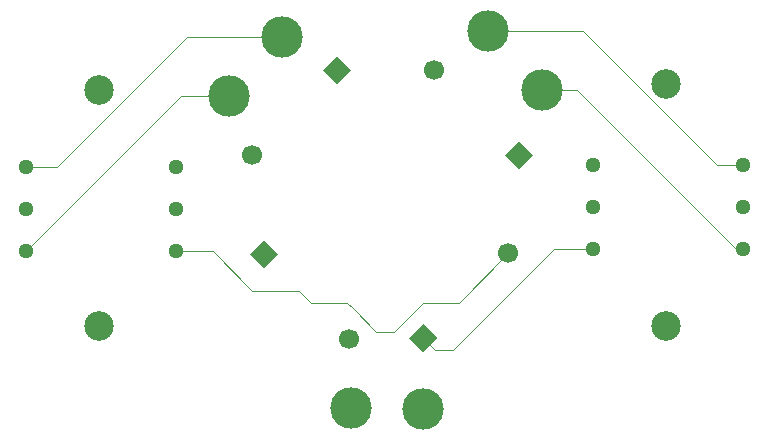
<source format=gbr>
G04 #@! TF.FileFunction,Copper,L2,Bot,Signal*
%FSLAX46Y46*%
G04 Gerber Fmt 4.6, Leading zero omitted, Abs format (unit mm)*
G04 Created by KiCad (PCBNEW 4.0.2-1.fc23-product) date Wed 18 May 2016 10:01:14 AM CDT*
%MOMM*%
G01*
G04 APERTURE LIST*
%ADD10C,0.100000*%
%ADD11C,1.699260*%
%ADD12C,1.297940*%
%ADD13C,3.500120*%
%ADD14C,2.499360*%
%ADD15C,0.006000*%
G04 APERTURE END LIST*
D10*
D11*
X153682777Y-99313631D03*
D10*
G36*
X146498572Y-105296278D02*
X147700130Y-106497836D01*
X146498572Y-107699394D01*
X145297014Y-106497836D01*
X146498572Y-105296278D01*
X146498572Y-105296278D01*
G37*
D11*
X140186369Y-106582777D03*
D10*
G36*
X134203722Y-99398572D02*
X133002164Y-100600130D01*
X131800606Y-99398572D01*
X133002164Y-98197014D01*
X134203722Y-99398572D01*
X134203722Y-99398572D01*
G37*
D11*
X147413631Y-83817223D03*
D10*
G36*
X153396278Y-91001428D02*
X154597836Y-89799870D01*
X155799394Y-91001428D01*
X154597836Y-92202986D01*
X153396278Y-91001428D01*
X153396278Y-91001428D01*
G37*
D11*
X132017223Y-90986369D03*
D10*
G36*
X139201428Y-85003722D02*
X137999870Y-83802164D01*
X139201428Y-82600606D01*
X140402986Y-83802164D01*
X139201428Y-85003722D01*
X139201428Y-85003722D01*
G37*
D12*
X160850000Y-91844000D03*
X160850000Y-95400000D03*
X160850000Y-98956000D03*
X173550000Y-98956000D03*
X173550000Y-95400000D03*
X173550000Y-91844000D03*
X125550000Y-99156000D03*
X125550000Y-95600000D03*
X125550000Y-92044000D03*
X112850000Y-92044000D03*
X112850000Y-95600000D03*
X112850000Y-99156000D03*
D13*
X156500000Y-85500000D03*
X152000000Y-80500000D03*
X146500000Y-112500000D03*
X140400000Y-112400000D03*
X130000000Y-86000000D03*
X134500000Y-81000000D03*
D14*
X167000000Y-85000000D03*
X167000000Y-105500000D03*
X119000000Y-85500000D03*
X119000000Y-105500000D03*
D15*
X153682777Y-99313631D02*
X153682777Y-99317223D01*
X153682777Y-99317223D02*
X149500000Y-103500000D01*
X128656000Y-99156000D02*
X125550000Y-99156000D01*
X132000000Y-102500000D02*
X128656000Y-99156000D01*
X133000000Y-102500000D02*
X132000000Y-102500000D01*
X136000000Y-102500000D02*
X133000000Y-102500000D01*
X137000000Y-103500000D02*
X136000000Y-102500000D01*
X140000000Y-103500000D02*
X137000000Y-103500000D01*
X140500000Y-104000000D02*
X140000000Y-103500000D01*
X142500000Y-106000000D02*
X140500000Y-104000000D01*
X144000000Y-106000000D02*
X142500000Y-106000000D01*
X146500000Y-103500000D02*
X144000000Y-106000000D01*
X149500000Y-103500000D02*
X146500000Y-103500000D01*
X160850000Y-98956000D02*
X157544000Y-98956000D01*
X147500736Y-107500000D02*
X146498572Y-106497836D01*
X149000000Y-107500000D02*
X147500736Y-107500000D01*
X157544000Y-98956000D02*
X149000000Y-107500000D01*
X156500000Y-85500000D02*
X159500000Y-85500000D01*
X159500000Y-85500000D02*
X172956000Y-98956000D01*
X172956000Y-98956000D02*
X173550000Y-98956000D01*
X173550000Y-91844000D02*
X171344000Y-91844000D01*
X160000000Y-80500000D02*
X152000000Y-80500000D01*
X171344000Y-91844000D02*
X160000000Y-80500000D01*
X126006000Y-86000000D02*
X112850000Y-99156000D01*
X130000000Y-86000000D02*
X126006000Y-86000000D01*
X112850000Y-92044000D02*
X115456000Y-92044000D01*
X126500000Y-81000000D02*
X134500000Y-81000000D01*
X115456000Y-92044000D02*
X126500000Y-81000000D01*
M02*

</source>
